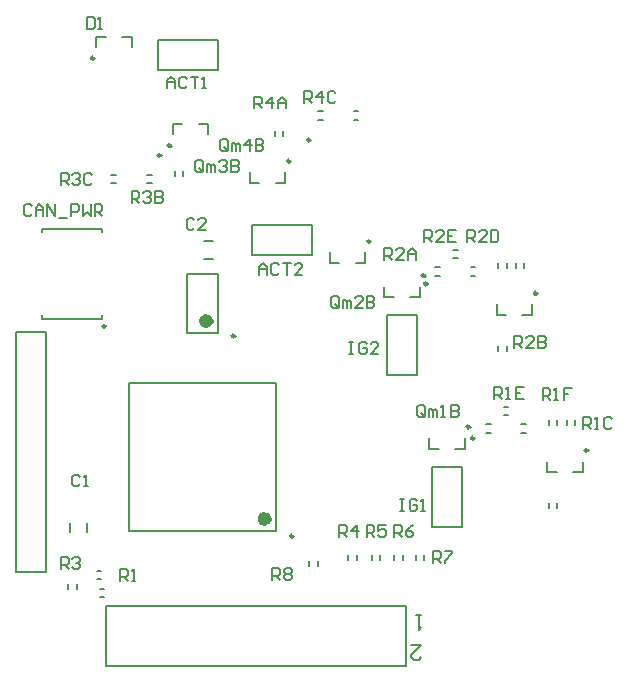
<source format=gto>
%FSLAX24Y24*%
%MOIN*%
%SFA1B1*%

%IPPOS*%
%ADD24C,0.009800*%
%ADD32C,0.023600*%
%ADD33C,0.007900*%
%ADD34C,0.008000*%
%LNdeploy(58mm)-1*%
%LPD*%
G54D24*
X5640Y17657D02*
D01*
D01*
G75*
G03X5542I-49J0D01*
G74*G01*
D01*
G75*
G03X5640I49J0D01*
G74*G01*
X3081Y20571D02*
D01*
D01*
G75*
G03X2983I-49J0D01*
G74*G01*
D01*
G75*
G03X3081I49J0D01*
G74*G01*
X17844Y12736D02*
D01*
D01*
G75*
G03X17746I-49J0D01*
G74*G01*
D01*
G75*
G03X17844I49J0D01*
G74*G01*
X15600Y8287D02*
D01*
D01*
G75*
G03X15502I-49J0D01*
G74*G01*
D01*
G75*
G03X15600I49J0D01*
G74*G01*
X14104Y13327D02*
D01*
D01*
G75*
G03X14006I-49J0D01*
G74*G01*
D01*
G75*
G03X14104I49J0D01*
G74*G01*
X3462Y11636D02*
D01*
D01*
G75*
G03X3364I-49J0D01*
G74*G01*
D01*
G75*
G03X3462I49J0D01*
G74*G01*
X9715Y4646D02*
D01*
D01*
G75*
G03X9617I-49J0D01*
G74*G01*
D01*
G75*
G03X9715I49J0D01*
G74*G01*
X10280Y17847D02*
D01*
D01*
G75*
G03X10182I-49J0D01*
G74*G01*
D01*
G75*
G03X10280I49J0D01*
G74*G01*
X5301Y17336D02*
D01*
D01*
G75*
G03X5203I-49J0D01*
G74*G01*
D01*
G75*
G03X5301I49J0D01*
G74*G01*
X14183Y13057D02*
D01*
D01*
G75*
G03X14085I-49J0D01*
G74*G01*
D01*
G75*
G03X14183I49J0D01*
G74*G01*
X19537Y7500D02*
D01*
D01*
G75*
G03X19439I-49J0D01*
G74*G01*
D01*
G75*
G03X19537I49J0D01*
G74*G01*
X15748Y7906D02*
D01*
D01*
G75*
G03X15650I-49J0D01*
G74*G01*
D01*
G75*
G03X15748I49J0D01*
G74*G01*
X12293Y14469D02*
D01*
D01*
G75*
G03X12195I-49J0D01*
G74*G01*
D01*
G75*
G03X12293I49J0D01*
G74*G01*
X7766Y11317D02*
D01*
D01*
G75*
G03X7668I-49J0D01*
G74*G01*
D01*
G75*
G03X7766I49J0D01*
G74*G01*
X9616Y17146D02*
D01*
D01*
G75*
G03X9518I-49J0D01*
G74*G01*
D01*
G75*
G03X9616I49J0D01*
G74*G01*
G54D32*
X8878Y5217D02*
D01*
D01*
G75*
G03X8642I-118J0D01*
G74*G01*
D01*
G75*
G03X8878I118J0D01*
G74*G01*
X6929Y11811D02*
D01*
D01*
G75*
G03X6693I-118J0D01*
G74*G01*
D01*
G75*
G03X6929I118J0D01*
G74*G01*
G54D33*
X10343Y14028D02*
Y15028D01*
X8343Y14028D02*
X10343D01*
X8343D02*
Y15028D01*
X10343*
X6575Y18386D02*
X6890D01*
Y18032D02*
Y18386D01*
X5709D02*
X6024D01*
X5709Y18032D02*
Y18386D01*
X5209Y20169D02*
Y21169D01*
X7209*
Y20169D02*
Y21169D01*
X5209Y20169D02*
X7209D01*
X3150Y20935D02*
Y21289D01*
X3465*
X4331Y20935D02*
Y21289D01*
X4016D02*
X4331D01*
X11732Y18524D02*
X11890D01*
X11732Y18799D02*
X11890D01*
X15630Y13327D02*
X15787D01*
X15630Y13602D02*
X15787D01*
X14449Y13327D02*
X14606D01*
X14449Y13602D02*
X14606D01*
X16496Y12008D02*
X16811D01*
X16496D02*
Y12362D01*
X17362Y12008D02*
X17677D01*
Y12362*
X17421Y13583D02*
Y13740D01*
X17146Y13583D02*
Y13740D01*
X16831Y13583D02*
Y13740D01*
X16555Y13583D02*
Y13740D01*
X16831Y10827D02*
Y10984D01*
X16555Y10827D02*
Y10984D01*
X18524Y8346D02*
Y8504D01*
X18248Y8346D02*
Y8504D01*
X19114Y8346D02*
Y8504D01*
X18839Y8346D02*
Y8504D01*
X14343Y4957D02*
X15343D01*
X14343D02*
Y6957D01*
X15343*
Y4957D02*
Y6957D01*
X14252Y7559D02*
X14567D01*
X14252D02*
Y7913D01*
X15118Y7559D02*
X15433D01*
Y7913*
X16732Y8957D02*
X16890D01*
X16732Y8681D02*
X16890D01*
X12846Y9996D02*
X13846D01*
X12846D02*
Y11996D01*
X13846*
Y9996D02*
Y11996D01*
X12756Y12598D02*
X13071D01*
X12756D02*
Y12953D01*
X13622Y12598D02*
X13937D01*
Y12953*
X4843Y16398D02*
X5000D01*
X4843Y16673D02*
X5000D01*
X3661D02*
X3819D01*
X3661Y16398D02*
X3819D01*
X2500Y2874D02*
Y3031D01*
X2224Y2874D02*
Y3031D01*
X1362Y14886D02*
X3362D01*
Y14768D02*
Y14886D01*
X1362Y14768D02*
Y14886D01*
X3362Y11886D02*
Y12004D01*
X1362Y11886D02*
Y12004D01*
Y11886D02*
X3362D01*
X9154Y4823D02*
Y9744D01*
X4232Y4823D02*
Y9744D01*
Y4823D02*
X9154D01*
X4232Y9744D02*
X9154D01*
X10551Y18799D02*
X10709D01*
X10551Y18524D02*
X10709D01*
X5768Y16654D02*
Y16811D01*
X6043Y16654D02*
Y16811D01*
X3268Y2894D02*
X3425D01*
X3268Y2618D02*
X3425D01*
X17323Y8091D02*
X17480D01*
X17323Y8366D02*
X17480D01*
X18524Y5591D02*
Y5748D01*
X18248Y5591D02*
Y5748D01*
X16142Y8091D02*
X16299D01*
X16142Y8366D02*
X16299D01*
X18189Y6772D02*
X18504D01*
X18189D02*
Y7126D01*
X19055Y6772D02*
X19370D01*
Y7126*
X3492Y327D02*
Y2327D01*
X12742D02*
X13492D01*
Y327D02*
Y2327D01*
X12742Y327D02*
X13492D01*
X3492D02*
X12742D01*
X3492Y2327D02*
X12742D01*
X12126Y13750D02*
Y14104D01*
X11811Y13750D02*
X12126D01*
X10945D02*
Y14104D01*
Y13750D02*
X11260D01*
X6181Y13386D02*
X7205D01*
X6181Y11417D02*
X7205D01*
X6181D02*
Y13386D01*
X7205Y11417D02*
Y13386D01*
X6732Y13878D02*
X7047D01*
X6732Y14469D02*
X7047D01*
X3169Y3484D02*
X3327D01*
X3169Y3209D02*
X3327D01*
X2264Y4764D02*
Y5079D01*
X2854Y4764D02*
Y5079D01*
X9390Y17992D02*
Y18150D01*
X9114Y17992D02*
Y18150D01*
X8268Y16417D02*
X8583D01*
X8268D02*
Y16772D01*
X9134Y16417D02*
X9449D01*
Y16772*
X15039Y14193D02*
X15197D01*
X15039Y13917D02*
X15197D01*
X484Y11437D02*
X1484D01*
Y3437D02*
Y11437D01*
X484Y3437D02*
X1484D01*
X484D02*
Y11437D01*
X10532Y3661D02*
Y3819D01*
X10256Y3661D02*
Y3819D01*
X11831Y3858D02*
Y4016D01*
X11555Y3858D02*
Y4016D01*
X12618Y3858D02*
Y4016D01*
X12343Y3858D02*
Y4016D01*
X14075Y3858D02*
Y4016D01*
X13799Y3858D02*
Y4016D01*
X13366Y3858D02*
Y4016D01*
X13091Y3858D02*
Y4016D01*
X8583Y13346D02*
Y13609D01*
X8714Y13740*
X8845Y13609*
Y13346*
Y13543*
X8583*
X9239Y13674D02*
X9173Y13740D01*
X9042*
X8976Y13674*
Y13412*
X9042Y13346*
X9173*
X9239Y13412*
X9370Y13740D02*
X9632D01*
X9501*
Y13346*
X10026D02*
X9763D01*
X10026Y13609*
Y13674*
X9960Y13740*
X9829*
X9763Y13674*
X6719Y16837D02*
Y17100D01*
X6653Y17165*
X6522*
X6457Y17100*
Y16837*
X6522Y16772*
X6653*
X6588Y16903D02*
X6719Y16772D01*
X6653D02*
X6719Y16837D01*
X6850Y16772D02*
Y17034D01*
X6916*
X6981Y16968*
Y16772*
Y16968*
X7047Y17034*
X7113Y16968*
Y16772*
X7244Y17100D02*
X7309Y17165D01*
X7441*
X7506Y17100*
Y17034*
X7441Y16968*
X7375*
X7441*
X7506Y16903*
Y16837*
X7441Y16772*
X7309*
X7244Y16837*
X7637Y17165D02*
Y16772D01*
X7834*
X7900Y16837*
Y16903*
X7834Y16968*
X7637*
X7834*
X7900Y17034*
Y17100*
X7834Y17165*
X7637*
X5512Y19567D02*
Y19829D01*
X5643Y19961*
X5774Y19829*
Y19567*
Y19764*
X5512*
X6168Y19895D02*
X6102Y19961D01*
X5971*
X5905Y19895*
Y19633*
X5971Y19567*
X6102*
X6168Y19633*
X6299Y19961D02*
X6561D01*
X6430*
Y19567*
X6693D02*
X6824D01*
X6758*
Y19961*
X6693Y19895*
X2835Y21929D02*
Y21535D01*
X3031*
X3097Y21601*
Y21863*
X3031Y21929*
X2835*
X3228Y21535D02*
X3359D01*
X3294*
Y21929*
X3228Y21863*
X997Y15653D02*
X932Y15719D01*
X801*
X735Y15653*
Y15391*
X801Y15325*
X932*
X997Y15391*
X1129Y15325D02*
Y15587D01*
X1260Y15719*
X1391Y15587*
Y15325*
Y15522*
X1129*
X1522Y15325D02*
Y15719D01*
X1784Y15325*
Y15719*
X1916Y15259D02*
X2178D01*
X2309Y15325D02*
Y15719D01*
X2506*
X2572Y15653*
Y15522*
X2506Y15456*
X2309*
X2703Y15719D02*
Y15325D01*
X2834Y15456*
X2965Y15325*
Y15719*
X3096Y15325D02*
Y15719D01*
X3293*
X3359Y15653*
Y15522*
X3293Y15456*
X3096*
X3228D02*
X3359Y15325D01*
X10079Y19094D02*
Y19488D01*
X10276*
X10341Y19422*
Y19291*
X10276Y19226*
X10079*
X10210D02*
X10341Y19094D01*
X10669D02*
Y19488D01*
X10472Y19291*
X10735*
X11128Y19422D02*
X11063Y19488D01*
X10931*
X10866Y19422*
Y19160*
X10931Y19094*
X11063*
X11128Y19160*
X8425Y18898D02*
Y19291D01*
X8622*
X8688Y19226*
Y19094*
X8622Y19029*
X8425*
X8556D02*
X8688Y18898D01*
X9016D02*
Y19291D01*
X8819Y19094*
X9081*
X9212Y18898D02*
Y19160D01*
X9344Y19291*
X9475Y19160*
Y18898*
Y19094*
X9212*
X1969Y3543D02*
Y3937D01*
X2165*
X2231Y3871*
Y3740*
X2165Y3674*
X1969*
X2100D02*
X2231Y3543D01*
X2362Y3871D02*
X2428Y3937D01*
X2559*
X2624Y3871*
Y3806*
X2559Y3740*
X2493*
X2559*
X2624Y3674*
Y3609*
X2559Y3543*
X2428*
X2362Y3609*
X1969Y16339D02*
Y16732D01*
X2165*
X2231Y16667*
Y16535*
X2165Y16470*
X1969*
X2100D02*
X2231Y16339D01*
X2362Y16667D02*
X2428Y16732D01*
X2559*
X2624Y16667*
Y16601*
X2559Y16535*
X2493*
X2559*
X2624Y16470*
Y16404*
X2559Y16339*
X2428*
X2362Y16404*
X3018Y16667D02*
X2952Y16732D01*
X2821*
X2756Y16667*
Y16404*
X2821Y16339*
X2952*
X3018Y16404*
X4331Y15748D02*
Y16142D01*
X4527*
X4593Y16076*
Y15945*
X4527Y15879*
X4331*
X4462D02*
X4593Y15748D01*
X4724Y16076D02*
X4790Y16142D01*
X4921*
X4987Y16076*
Y16010*
X4921Y15945*
X4855*
X4921*
X4987Y15879*
Y15814*
X4921Y15748*
X4790*
X4724Y15814*
X5118Y16142D02*
Y15748D01*
X5315*
X5380Y15814*
Y15879*
X5315Y15945*
X5118*
X5315*
X5380Y16010*
Y16076*
X5315Y16142*
X5118*
X14094Y14449D02*
Y14842D01*
X14291*
X14357Y14777*
Y14646*
X14291Y14580*
X14094*
X14226D02*
X14357Y14449D01*
X14750D02*
X14488D01*
X14750Y14711*
Y14777*
X14685Y14842*
X14554*
X14488Y14777*
X15144Y14842D02*
X14882D01*
Y14449*
X15144*
X14882Y14646D02*
X15013D01*
X15512Y14449D02*
Y14842D01*
X15709*
X15774Y14777*
Y14646*
X15709Y14580*
X15512*
X15643D02*
X15774Y14449D01*
X16168D02*
X15905D01*
X16168Y14711*
Y14777*
X16102Y14842*
X15971*
X15905Y14777*
X16299Y14842D02*
Y14449D01*
X16496*
X16561Y14514*
Y14777*
X16496Y14842*
X16299*
X17087Y10906D02*
Y11299D01*
X17283*
X17349Y11233*
Y11102*
X17283Y11037*
X17087*
X17218D02*
X17349Y10906D01*
X17743D02*
X17480D01*
X17743Y11168*
Y11233*
X17677Y11299*
X17546*
X17480Y11233*
X17874Y11299D02*
Y10906D01*
X18071*
X18136Y10971*
Y11037*
X18071Y11102*
X17874*
X18071*
X18136Y11168*
Y11233*
X18071Y11299*
X17874*
X12756Y13858D02*
Y14252D01*
X12953*
X13018Y14186*
Y14055*
X12953Y13989*
X12756*
X12887D02*
X13018Y13858D01*
X13412D02*
X13149D01*
X13412Y14121*
Y14186*
X13346Y14252*
X13215*
X13149Y14186*
X13543Y13858D02*
Y14121D01*
X13674Y14252*
X13805Y14121*
Y13858*
Y14055*
X13543*
X3937Y3150D02*
Y3543D01*
X4134*
X4199Y3478*
Y3346*
X4134Y3281*
X3937*
X4068D02*
X4199Y3150D01*
X4331D02*
X4462D01*
X4396*
Y3543*
X4331Y3478*
X18032Y9173D02*
Y9567D01*
X18228*
X18294Y9501*
Y9370*
X18228Y9304*
X18032*
X18163D02*
X18294Y9173D01*
X18425D02*
X18556D01*
X18491*
Y9567*
X18425Y9501*
X19015Y9567D02*
X18753D01*
Y9370*
X18884*
X18753*
Y9173*
X16417Y9213D02*
Y9606D01*
X16614*
X16680Y9541*
Y9409*
X16614Y9344*
X16417*
X16549D02*
X16680Y9213D01*
X16811D02*
X16942D01*
X16876*
Y9606*
X16811Y9541*
X17401Y9606D02*
X17139D01*
Y9213*
X17401*
X17139Y9409D02*
X17270D01*
X19370Y8228D02*
Y8622D01*
X19567*
X19632Y8556*
Y8425*
X19567Y8360*
X19370*
X19501D02*
X19632Y8228D01*
X19764D02*
X19895D01*
X19829*
Y8622*
X19764Y8556*
X20354D02*
X20288Y8622D01*
X20157*
X20092Y8556*
Y8294*
X20157Y8228*
X20288*
X20354Y8294*
X7546Y17546D02*
Y17808D01*
X7480Y17874*
X7349*
X7283Y17808*
Y17546*
X7349Y17480*
X7480*
X7415Y17612D02*
X7546Y17480D01*
X7480D02*
X7546Y17546D01*
X7677Y17480D02*
Y17743D01*
X7743*
X7808Y17677*
Y17480*
Y17677*
X7874Y17743*
X7939Y17677*
Y17480*
X8267D02*
Y17874D01*
X8071Y17677*
X8333*
X8464Y17874D02*
Y17480D01*
X8661*
X8727Y17546*
Y17612*
X8661Y17677*
X8464*
X8661*
X8727Y17743*
Y17808*
X8661Y17874*
X8464*
X11247Y12310D02*
Y12572D01*
X11181Y12638*
X11050*
X10984Y12572*
Y12310*
X11050Y12244*
X11181*
X11115Y12375D02*
X11247Y12244D01*
X11181D02*
X11247Y12310D01*
X11378Y12244D02*
Y12506D01*
X11443*
X11509Y12441*
Y12244*
Y12441*
X11575Y12506*
X11640Y12441*
Y12244*
X12034D02*
X11771D01*
X12034Y12506*
Y12572*
X11968Y12638*
X11837*
X11771Y12572*
X12165Y12638D02*
Y12244D01*
X12362*
X12427Y12310*
Y12375*
X12362Y12441*
X12165*
X12362*
X12427Y12506*
Y12572*
X12362Y12638*
X12165*
X14121Y8688D02*
Y8950D01*
X14055Y9016*
X13924*
X13858Y8950*
Y8688*
X13924Y8622*
X14055*
X13989Y8753D02*
X14121Y8622D01*
X14055D02*
X14121Y8688D01*
X14252Y8622D02*
Y8884D01*
X14317*
X14383Y8819*
Y8622*
Y8819*
X14449Y8884*
X14514Y8819*
Y8622*
X14645D02*
X14777D01*
X14711*
Y9016*
X14645Y8950*
X14973Y9016D02*
Y8622D01*
X15170*
X15236Y8688*
Y8753*
X15170Y8819*
X14973*
X15170*
X15236Y8884*
Y8950*
X15170Y9016*
X14973*
X11575Y11102D02*
X11706D01*
X11640*
Y10709*
X11575*
X11706*
X12165Y11037D02*
X12100Y11102D01*
X11968*
X11903Y11037*
Y10774*
X11968Y10709*
X12100*
X12165Y10774*
Y10905*
X12034*
X12559Y10709D02*
X12296D01*
X12559Y10971*
Y11037*
X12493Y11102*
X12362*
X12296Y11037*
X13268Y5866D02*
X13399D01*
X13333*
Y5472*
X13268*
X13399*
X13858Y5800D02*
X13792Y5866D01*
X13661*
X13596Y5800*
Y5538*
X13661Y5472*
X13792*
X13858Y5538*
Y5669*
X13727*
X13989Y5472D02*
X14120D01*
X14055*
Y5866*
X13989Y5800*
X6427Y15173D02*
X6362Y15239D01*
X6231*
X6165Y15173*
Y14911*
X6231Y14845*
X6362*
X6427Y14911*
X6821Y14845D02*
X6559D01*
X6821Y15107*
Y15173*
X6755Y15239*
X6624*
X6559Y15173*
X2625Y6627D02*
X2559Y6693D01*
X2428*
X2362Y6627*
Y6365*
X2428Y6299*
X2559*
X2625Y6365*
X2756Y6299D02*
X2887D01*
X2821*
Y6693*
X2756Y6627*
X11260Y4606D02*
Y5000D01*
X11457*
X11522Y4934*
Y4803*
X11457Y4737*
X11260*
X11391D02*
X11522Y4606D01*
X11850D02*
Y5000D01*
X11653Y4803*
X11916*
X12165Y4606D02*
Y5000D01*
X12362*
X12428Y4934*
Y4803*
X12362Y4737*
X12165*
X12297D02*
X12428Y4606D01*
X12821Y5000D02*
X12559D01*
Y4803*
X12690Y4869*
X12756*
X12821Y4803*
Y4672*
X12756Y4606*
X12625*
X12559Y4672*
X13071Y4606D02*
Y5000D01*
X13268*
X13333Y4934*
Y4803*
X13268Y4737*
X13071*
X13202D02*
X13333Y4606D01*
X13727Y5000D02*
X13596Y4934D01*
X13464Y4803*
Y4672*
X13530Y4606*
X13661*
X13727Y4672*
Y4737*
X13661Y4803*
X13464*
X14370Y3740D02*
Y4134D01*
X14567*
X14632Y4068*
Y3937*
X14567Y3871*
X14370*
X14501D02*
X14632Y3740D01*
X14764Y4134D02*
X15026D01*
Y4068*
X14764Y3806*
Y3740*
X9016Y3189D02*
Y3583D01*
X9213*
X9278Y3517*
Y3386*
X9213Y3320*
X9016*
X9147D02*
X9278Y3189D01*
X9409Y3517D02*
X9475Y3583D01*
X9606*
X9672Y3517*
Y3451*
X9606Y3386*
X9672Y3320*
Y3255*
X9606Y3189*
X9475*
X9409Y3255*
Y3320*
X9475Y3386*
X9409Y3451*
Y3517*
X9475Y3386D02*
X9606D01*
G54D34*
X13992Y2027D02*
X13826D01*
X13909*
Y1527*
X13992Y1610*
X13659Y1027D02*
X13992D01*
X13659Y694*
Y610*
X13742Y527*
X13909*
X13992Y610*
M02*
</source>
